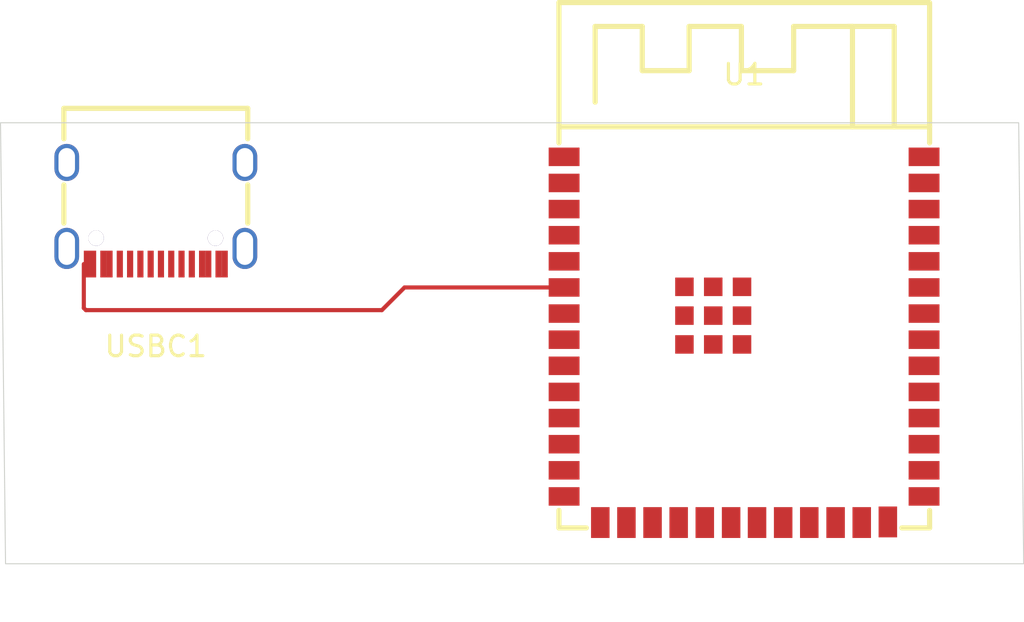
<source format=kicad_pcb>
(kicad_pcb (version 20240108) (generator "pcbnew") (generator_version "8.0")
  (layers (0 "F.Cu" signal) (31 "B.Cu" signal) (34 "B.Paste" user) (35 "F.Paste" user) (36 "B.SilkS" user "B.Silkscreen") (37 "F.SilkS" user "F.Silkscreen") (38 "B.Mask" user) (39 "F.Mask" user) (44 "Edge.Cuts" user))
  (net 0 "")
  (net 57 "Net-(U1-IO6)")
  (footprint "EasyEDA:USB-C_SMD-TYPE-C-31-M-12" (layer "F.Cu") (at 157.4 63.79 180)
    (property "Reference" "USBC1" (at 0 -6.47 0) (layer "F.SilkS"))
    (property "Value" "TYPE-C-31-M-12")
    (fp_line (start 4.47 5.1) (end 4.47 3.62) (stroke (width 0.25)) (layer "F.SilkS"))
    (fp_line (start 4.47 5.1) (end -4.47 5.1) (stroke (width 0.25)) (layer "F.SilkS"))
    (fp_line (start 4.47 1.38) (end 4.47 -0.48) (stroke (width 0.25)) (layer "F.SilkS"))
    (fp_line (start -4.47 5.1) (end -4.47 3.62) (stroke (width 0.25)) (layer "F.SilkS"))
    (fp_line (start -4.47 1.38) (end -4.47 -0.48) (stroke (width 0.25)) (layer "F.SilkS"))
    (pad "" thru_hole circle (at -2.9 -1.21 180) (size 0.75 0.75) (drill 0.75) (layers "*.Cu" "*.Mask"))
    (pad "" thru_hole circle (at 2.9 -1.21 180) (size 0.75 0.75) (drill 0.75) (layers "*.Cu" "*.Mask"))
    (pad "0" thru_hole oval (at -4.33 -1.71 180) (size 1.2 2) (drill oval 0.799998 1.600022) (layers "*.Cu" "*.Mask"))
    (pad "1" thru_hole oval (at 4.33 -1.71 180) (size 1.2 2) (drill oval 0.799998 1.599971) (layers "*.Cu" "*.Mask"))
    (pad "2" thru_hole oval (at 4.33 2.47 180) (size 1.2 1.8) (drill oval 0.799998 1.399997) (layers "*.Cu" "*.Mask"))
    (pad "3" thru_hole oval (at -4.33 2.47 180) (size 1.2 1.8) (drill oval 0.799998 1.399997) (layers "*.Cu" "*.Mask"))
    (pad "A1" smd rect (at -3.35 -2.47 180) (size 0.3 1.3) (layers "F.Cu" "F.Paste" "F.Mask"))
    (pad "A4" smd rect (at -2.55 -2.47 180) (size 0.3 1.3) (layers "F.Cu" "F.Paste" "F.Mask"))
    (pad "A5" smd rect (at -1.25 -2.47 180) (size 0.3 1.3) (layers "F.Cu" "F.Paste" "F.Mask"))
    (pad "A6" smd rect (at -0.25 -2.47 180) (size 0.3 1.3) (layers "F.Cu" "F.Paste" "F.Mask"))
    (pad "A7" smd rect (at 0.25 -2.47 180) (size 0.3 1.3) (layers "F.Cu" "F.Paste" "F.Mask"))
    (pad "A8" smd rect (at 1.25 -2.47 180) (size 0.3 1.3) (layers "F.Cu" "F.Paste" "F.Mask"))
    (pad "A9" smd rect (at 2.55 -2.47 180) (size 0.3 1.3) (layers "F.Cu" "F.Paste" "F.Mask"))
    (pad "A12" smd rect (at 3.35 -2.47 180) (size 0.3 1.3) (layers "F.Cu" "F.Paste" "F.Mask") (net 57 "Net-(U1-IO6)"))
    (pad "B1" smd rect (at 3.05 -2.47 180) (size 0.3 1.3) (layers "F.Cu" "F.Paste" "F.Mask"))
    (pad "B4" smd rect (at 2.25 -2.47 180) (size 0.3 1.3) (layers "F.Cu" "F.Paste" "F.Mask"))
    (pad "B5" smd rect (at 1.75 -2.47 180) (size 0.3 1.3) (layers "F.Cu" "F.Paste" "F.Mask"))
    (pad "B6" smd rect (at 0.75 -2.47 180) (size 0.3 1.3) (layers "F.Cu" "F.Paste" "F.Mask"))
    (pad "B7" smd rect (at -0.75 -2.47 180) (size 0.3 1.3) (layers "F.Cu" "F.Paste" "F.Mask"))
    (pad "B8" smd rect (at -1.75 -2.47 180) (size 0.3 1.3) (layers "F.Cu" "F.Paste" "F.Mask"))
    (pad "B9" smd rect (at -2.25 -2.47 180) (size 0.3 1.3) (layers "F.Cu" "F.Paste" "F.Mask"))
    (pad "B12" smd rect (at -3.05 -2.47 180) (size 0.3 1.3) (layers "F.Cu" "F.Paste" "F.Mask"))
  )
  (footprint "EasyEDA:WIRELM-SMD_ESP32-S3-WROOM-1" (layer "F.Cu") (at 186 69.9375)
    (property "Reference" "U1" (at 0 -12.89 0) (layer "F.SilkS"))
    (property "Value" "ESP32-S3-WROOM-1(N8R8)")
    (fp_line (start -9 -16.39) (end -9 -9.57) (stroke (width 0.25)) (layer "F.SilkS"))
    (fp_line (start -9 -10.35) (end 9.02 -10.35) (stroke (width 0.25)) (layer "F.SilkS"))
    (fp_line (start -9 8.3) (end -9 9.15) (stroke (width 0.25)) (layer "F.SilkS"))
    (fp_line (start -9 9.15) (end -7.67 9.15) (stroke (width 0.25)) (layer "F.SilkS"))
    (fp_line (start -7.24 -15.23) (end -7.24 -11.55) (stroke (width 0.25)) (layer "F.SilkS"))
    (fp_line (start -4.95 -15.23) (end -7.24 -15.23) (stroke (width 0.25)) (layer "F.SilkS"))
    (fp_line (start -4.95 -13.08) (end -4.95 -15.23) (stroke (width 0.25)) (layer "F.SilkS"))
    (fp_line (start -2.67 -15.23) (end -2.67 -13.08) (stroke (width 0.25)) (layer "F.SilkS"))
    (fp_line (start -2.67 -13.08) (end -4.95 -13.08) (stroke (width 0.25)) (layer "F.SilkS"))
    (fp_line (start -0.13 -15.23) (end -2.67 -15.23) (stroke (width 0.25)) (layer "F.SilkS"))
    (fp_line (start -0.13 -13.08) (end -0.13 -15.23) (stroke (width 0.25)) (layer "F.SilkS"))
    (fp_line (start 2.41 -15.23) (end 2.41 -13.08) (stroke (width 0.25)) (layer "F.SilkS"))
    (fp_line (start 2.41 -13.08) (end -0.13 -13.08) (stroke (width 0.25)) (layer "F.SilkS"))
    (fp_line (start 5.27 -15.23) (end 2.41 -15.23) (stroke (width 0.25)) (layer "F.SilkS"))
    (fp_line (start 5.27 -10.35) (end 5.27 -15.23) (stroke (width 0.25)) (layer "F.SilkS"))
    (fp_line (start 7.3 -15.23) (end 5.06 -15.23) (stroke (width 0.25)) (layer "F.SilkS"))
    (fp_line (start 7.3 -10.35) (end 7.3 -15.23) (stroke (width 0.25)) (layer "F.SilkS"))
    (fp_line (start 7.67 9.15) (end 9.02 9.15) (stroke (width 0.25)) (layer "F.SilkS"))
    (fp_line (start 9 -16.39) (end -9 -16.39) (stroke (width 0.25)) (layer "F.SilkS"))
    (fp_line (start 9.02 -9.57) (end 9.02 -16.38) (stroke (width 0.25)) (layer "F.SilkS"))
    (fp_line (start 9.02 9.15) (end 9.02 8.3) (stroke (width 0.25)) (layer "F.SilkS"))
    (pad "1" smd rect (at -8.75 -8.89) (size 1.5 0.9) (layers "F.Cu" "F.Paste" "F.Mask"))
    (pad "2" smd rect (at -8.75 -7.62) (size 1.5 0.9) (layers "F.Cu" "F.Paste" "F.Mask"))
    (pad "3" smd rect (at -8.75 -6.35) (size 1.5 0.9) (layers "F.Cu" "F.Paste" "F.Mask"))
    (pad "4" smd rect (at -8.75 -5.08) (size 1.5 0.9) (layers "F.Cu" "F.Paste" "F.Mask"))
    (pad "5" smd rect (at -8.75 -3.81) (size 1.5 0.9) (layers "F.Cu" "F.Paste" "F.Mask"))
    (pad "6" smd rect (at -8.75 -2.54) (size 1.5 0.9) (layers "F.Cu" "F.Paste" "F.Mask") (net 57 "Net-(U1-IO6)"))
    (pad "7" smd rect (at -8.75 -1.27) (size 1.5 0.9) (layers "F.Cu" "F.Paste" "F.Mask"))
    (pad "8" smd rect (at -8.75 0) (size 1.5 0.9) (layers "F.Cu" "F.Paste" "F.Mask"))
    (pad "9" smd rect (at -8.75 1.27) (size 1.5 0.9) (layers "F.Cu" "F.Paste" "F.Mask"))
    (pad "10" smd rect (at -8.75 2.54) (size 1.5 0.9) (layers "F.Cu" "F.Paste" "F.Mask"))
    (pad "11" smd rect (at -8.75 3.81) (size 1.5 0.9) (layers "F.Cu" "F.Paste" "F.Mask"))
    (pad "12" smd rect (at -8.75 5.08) (size 1.5 0.9) (layers "F.Cu" "F.Paste" "F.Mask"))
    (pad "13" smd rect (at -8.75 6.35) (size 1.5 0.9) (layers "F.Cu" "F.Paste" "F.Mask"))
    (pad "14" smd rect (at -8.75 7.62) (size 1.5 0.9) (layers "F.Cu" "F.Paste" "F.Mask"))
    (pad "15" smd rect (at -6.99 8.89 90) (size 1.5 0.9) (layers "F.Cu" "F.Paste" "F.Mask"))
    (pad "16" smd rect (at -5.72 8.89 90) (size 1.5 0.9) (layers "F.Cu" "F.Paste" "F.Mask"))
    (pad "17" smd rect (at -4.45 8.89 90) (size 1.5 0.9) (layers "F.Cu" "F.Paste" "F.Mask"))
    (pad "18" smd rect (at -3.18 8.89 90) (size 1.5 0.9) (layers "F.Cu" "F.Paste" "F.Mask"))
    (pad "19" smd rect (at -1.91 8.89 90) (size 1.5 0.9) (layers "F.Cu" "F.Paste" "F.Mask"))
    (pad "20" smd rect (at -0.63 8.89 90) (size 1.5 0.9) (layers "F.Cu" "F.Paste" "F.Mask"))
    (pad "21" smd rect (at 0.63 8.89 90) (size 1.5 0.9) (layers "F.Cu" "F.Paste" "F.Mask"))
    (pad "22" smd rect (at 1.9 8.89 90) (size 1.5 0.9) (layers "F.Cu" "F.Paste" "F.Mask"))
    (pad "23" smd rect (at 3.17 8.89 90) (size 1.5 0.9) (layers "F.Cu" "F.Paste" "F.Mask"))
    (pad "24" smd rect (at 4.45 8.89 90) (size 1.5 0.9) (layers "F.Cu" "F.Paste" "F.Mask"))
    (pad "25" smd rect (at 5.72 8.89 90) (size 1.5 0.9) (layers "F.Cu" "F.Paste" "F.Mask"))
    (pad "26" smd rect (at 6.99 8.86 90) (size 1.5 0.9) (layers "F.Cu" "F.Paste" "F.Mask"))
    (pad "27" smd rect (at 8.75 7.62 180) (size 1.5 0.9) (layers "F.Cu" "F.Paste" "F.Mask"))
    (pad "28" smd rect (at 8.75 6.35 180) (size 1.5 0.9) (layers "F.Cu" "F.Paste" "F.Mask"))
    (pad "29" smd rect (at 8.75 5.08 180) (size 1.5 0.9) (layers "F.Cu" "F.Paste" "F.Mask"))
    (pad "30" smd rect (at 8.75 3.81 180) (size 1.5 0.9) (layers "F.Cu" "F.Paste" "F.Mask"))
    (pad "31" smd rect (at 8.75 2.54 180) (size 1.5 0.9) (layers "F.Cu" "F.Paste" "F.Mask"))
    (pad "32" smd rect (at 8.75 1.27 180) (size 1.5 0.9) (layers "F.Cu" "F.Paste" "F.Mask"))
    (pad "33" smd rect (at 8.75 0 180) (size 1.5 0.9) (layers "F.Cu" "F.Paste" "F.Mask"))
    (pad "34" smd rect (at 8.75 -1.27 180) (size 1.5 0.9) (layers "F.Cu" "F.Paste" "F.Mask"))
    (pad "35" smd rect (at 8.75 -2.54 180) (size 1.5 0.9) (layers "F.Cu" "F.Paste" "F.Mask"))
    (pad "36" smd rect (at 8.75 -3.81 180) (size 1.5 0.9) (layers "F.Cu" "F.Paste" "F.Mask"))
    (pad "37" smd rect (at 8.75 -5.08 180) (size 1.5 0.9) (layers "F.Cu" "F.Paste" "F.Mask"))
    (pad "38" smd rect (at 8.75 -6.35 180) (size 1.5 0.9) (layers "F.Cu" "F.Paste" "F.Mask"))
    (pad "39" smd rect (at 8.75 -7.62 180) (size 1.5 0.9) (layers "F.Cu" "F.Paste" "F.Mask"))
    (pad "40" smd rect (at 8.75 -8.89 180) (size 1.5 0.9) (layers "F.Cu" "F.Paste" "F.Mask"))
    (pad "41" smd rect (at -2.9 -2.57 90) (size 0.9 0.9) (layers "F.Cu" "F.Paste" "F.Mask"))
    (pad "41" smd rect (at -2.9 -1.17 90) (size 0.9 0.9) (layers "F.Cu" "F.Paste" "F.Mask"))
    (pad "41" smd rect (at -2.9 0.23 90) (size 0.9 0.9) (layers "F.Cu" "F.Paste" "F.Mask"))
    (pad "41" smd rect (at -1.5 -2.57 90) (size 0.9 0.9) (layers "F.Cu" "F.Paste" "F.Mask"))
    (pad "41" smd rect (at -1.5 -1.17 90) (size 0.9 0.9) (layers "F.Cu" "F.Paste" "F.Mask"))
    (pad "41" smd rect (at -1.5 0.23 90) (size 0.9 0.9) (layers "F.Cu" "F.Paste" "F.Mask"))
    (pad "41" smd rect (at -0.1 -2.57 90) (size 0.9 0.9) (layers "F.Cu" "F.Paste" "F.Mask"))
    (pad "41" smd rect (at -0.1 -1.17 90) (size 0.9 0.9) (layers "F.Cu" "F.Paste" "F.Mask"))
    (pad "41" smd rect (at -0.1 0.23 90) (size 0.9 0.9) (layers "F.Cu" "F.Paste" "F.Mask"))
  )
  (gr_poly (pts (xy 149.85 59.39) (xy 199.35 59.39) (xy 199.594641 80.830505) (xy 150.094641 80.830505)) (stroke (width 0.05)) (fill none) (layer "Edge.Cuts"))
  (segment (start 153.9 68.4) (end 153.9 66.26) (width 0.2) (layer "F.Cu") (net 57))
  (segment (start 154 68.5) (end 153.9 68.4) (width 0.2) (layer "F.Cu") (net 57))
  (segment (start 168.39 68.5) (end 154 68.5) (width 0.2) (layer "F.Cu") (net 57))
  (segment (start 168.39 68.5) (end 169.4925 67.3975) (width 0.2) (layer "F.Cu") (net 57))
  (segment (start 169.4925 67.3975) (end 177.25 67.3975) (width 0.2) (layer "F.Cu") (net 57))
)
</source>
